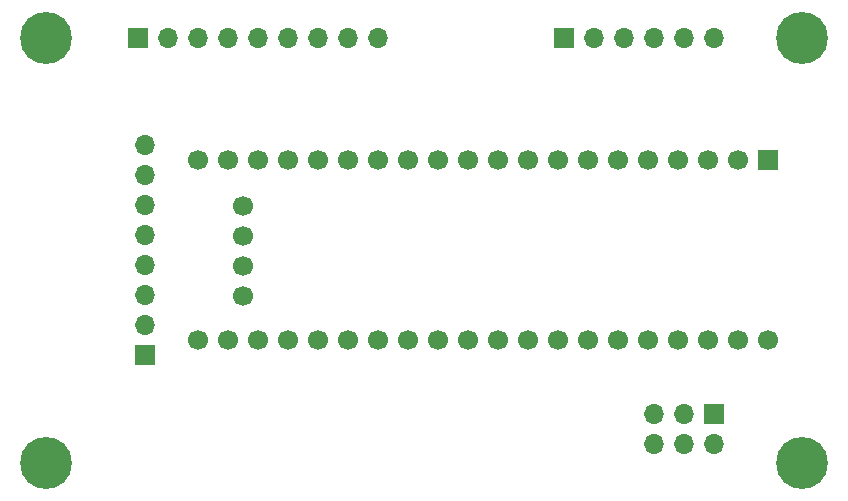
<source format=gbr>
%TF.GenerationSoftware,KiCad,Pcbnew,(6.0.7)*%
%TF.CreationDate,2023-08-27T18:36:20+02:00*%
%TF.ProjectId,libcsp-zephyr-hw,6c696263-7370-42d7-9a65-706879722d68,rev?*%
%TF.SameCoordinates,Original*%
%TF.FileFunction,Soldermask,Bot*%
%TF.FilePolarity,Negative*%
%FSLAX46Y46*%
G04 Gerber Fmt 4.6, Leading zero omitted, Abs format (unit mm)*
G04 Created by KiCad (PCBNEW (6.0.7)) date 2023-08-27 18:36:20*
%MOMM*%
%LPD*%
G01*
G04 APERTURE LIST*
%ADD10R,1.700000X1.700000*%
%ADD11O,1.700000X1.700000*%
%ADD12C,4.400000*%
%ADD13C,0.700000*%
%ADD14C,1.700000*%
G04 APERTURE END LIST*
D10*
%TO.C,J4*%
X166880000Y-62975000D03*
D11*
X169420000Y-62975000D03*
X171960000Y-62975000D03*
X174500000Y-62975000D03*
X177040000Y-62975000D03*
X179580000Y-62975000D03*
%TD*%
D12*
%TO.C,H4*%
X187000000Y-99000000D03*
D13*
X185833274Y-97833274D03*
X188166726Y-100166726D03*
X187000000Y-97350000D03*
X188166726Y-97833274D03*
X188650000Y-99000000D03*
X185833274Y-100166726D03*
X185350000Y-99000000D03*
X187000000Y-100650000D03*
%TD*%
D10*
%TO.C,J2*%
X179525000Y-94850000D03*
D11*
X179525000Y-97390000D03*
X176985000Y-94850000D03*
X176985000Y-97390000D03*
X174445000Y-94850000D03*
X174445000Y-97390000D03*
%TD*%
D13*
%TO.C,H2*%
X124650000Y-99000000D03*
X124166726Y-100166726D03*
X123000000Y-97350000D03*
X121833274Y-97833274D03*
D12*
X123000000Y-99000000D03*
D13*
X124166726Y-97833274D03*
X121833274Y-100166726D03*
X123000000Y-100650000D03*
X121350000Y-99000000D03*
%TD*%
D10*
%TO.C,J1*%
X130760000Y-63000000D03*
D11*
X133300000Y-63000000D03*
X135840000Y-63000000D03*
X138380000Y-63000000D03*
X140920000Y-63000000D03*
X143460000Y-63000000D03*
X146000000Y-63000000D03*
X148540000Y-63000000D03*
X151080000Y-63000000D03*
%TD*%
D13*
%TO.C,H1*%
X124166726Y-64166726D03*
X124166726Y-61833274D03*
X123000000Y-61350000D03*
D12*
X123000000Y-63000000D03*
D13*
X121833274Y-64166726D03*
X121833274Y-61833274D03*
X121350000Y-63000000D03*
X123000000Y-64650000D03*
X124650000Y-63000000D03*
%TD*%
D10*
%TO.C,U1*%
X184130000Y-73380000D03*
D14*
X181590000Y-73380000D03*
X179050000Y-73380000D03*
X176510000Y-73380000D03*
X173970000Y-73380000D03*
X171430000Y-73380000D03*
X168890000Y-73380000D03*
X166350000Y-73380000D03*
X163810000Y-73380000D03*
X161270000Y-73380000D03*
X158730000Y-73380000D03*
X156190000Y-73380000D03*
X153650000Y-73380000D03*
X151110000Y-73380000D03*
X148570000Y-73380000D03*
X146030000Y-73380000D03*
X143490000Y-73380000D03*
X140950000Y-73380000D03*
X138410000Y-73380000D03*
X135870000Y-73380000D03*
X135870000Y-88620000D03*
X138410000Y-88620000D03*
X140950000Y-88620000D03*
X143490000Y-88620000D03*
X146030000Y-88620000D03*
X148570000Y-88620000D03*
X151110000Y-88620000D03*
X153650000Y-88620000D03*
X156190000Y-88620000D03*
X158730000Y-88620000D03*
X161270000Y-88620000D03*
X163810000Y-88620000D03*
X166350000Y-88620000D03*
X168890000Y-88620000D03*
X171430000Y-88620000D03*
X173970000Y-88620000D03*
X176510000Y-88620000D03*
X179050000Y-88620000D03*
X181590000Y-88620000D03*
X184130000Y-88620000D03*
X139681000Y-84812000D03*
X139681000Y-82272000D03*
X139681000Y-79732000D03*
X139681000Y-77192000D03*
%TD*%
D13*
%TO.C,H3*%
X185833274Y-61833274D03*
X188166726Y-64166726D03*
X185350000Y-63000000D03*
X187000000Y-61350000D03*
X187000000Y-64650000D03*
D12*
X187000000Y-63000000D03*
D13*
X185833274Y-64166726D03*
X188166726Y-61833274D03*
X188650000Y-63000000D03*
%TD*%
D10*
%TO.C,J3*%
X131375000Y-89875000D03*
D11*
X131375000Y-87335000D03*
X131375000Y-84795000D03*
X131375000Y-82255000D03*
X131375000Y-79715000D03*
X131375000Y-77175000D03*
X131375000Y-74635000D03*
X131375000Y-72095000D03*
%TD*%
M02*

</source>
